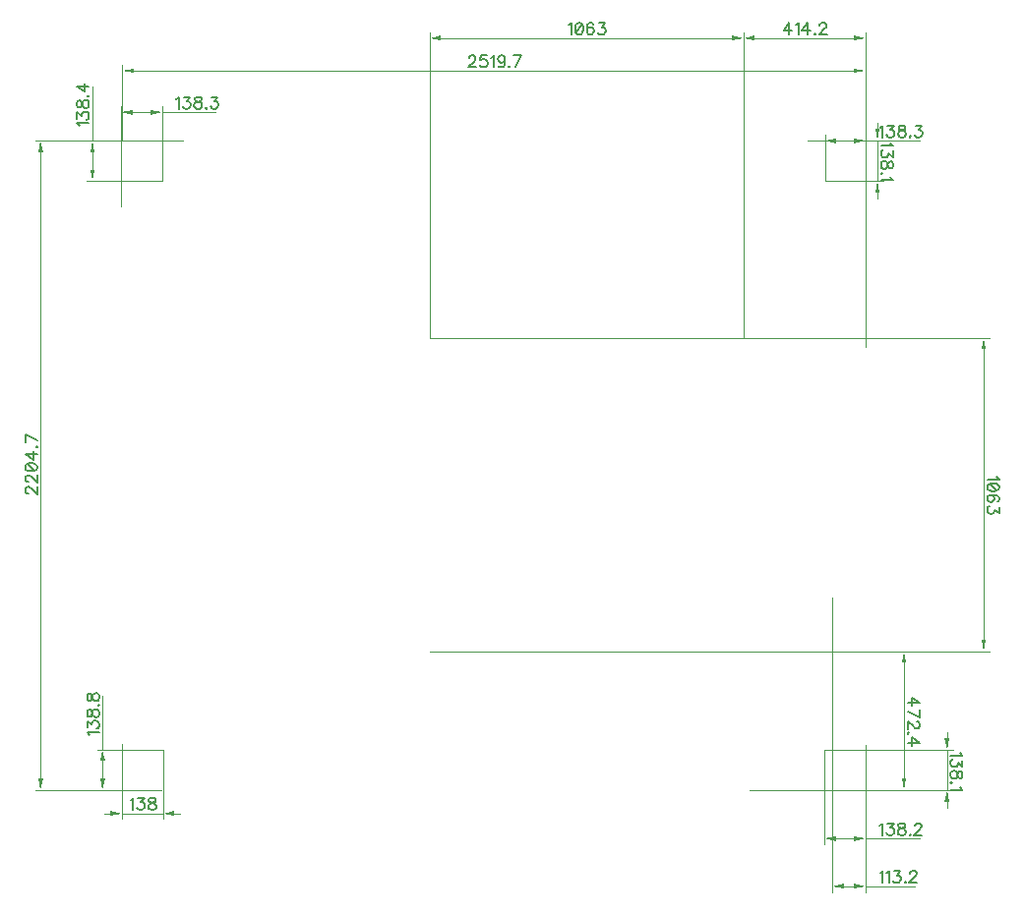
<source format=gbr>
G04 DipTrace 3.3.1.3*
G04 TopDimension.gbr*
%MOIN*%
G04 #@! TF.FileFunction,Drawing,Top*
G04 #@! TF.Part,Single*
%ADD13C,0.001378*%
%ADD59C,0.006176*%
%FSLAX26Y26*%
G04*
G70*
G90*
G75*
G01*
G04 TopDimension*
%LPD*%
X393700Y551180D2*
D13*
Y296405D1*
X531747Y532533D2*
Y296405D1*
X393700Y316090D2*
X531747D1*
X334645D2*
X354330D1*
G36*
X393700D2*
X354330Y308216D1*
Y323964D1*
X393700Y316090D1*
G37*
X590802D2*
D13*
X571117D1*
G36*
X531747D2*
X571117Y323964D1*
Y308216D1*
X531747Y316090D1*
G37*
Y532533D2*
D13*
X308377D1*
X527987Y393718D2*
X308377D1*
X328062Y463126D2*
Y493163D1*
G36*
Y532533D2*
X335936Y493163D1*
X320188D1*
X328062Y532533D1*
G37*
Y463126D2*
D13*
Y433088D1*
G36*
Y393718D2*
X320188Y433088D1*
X335936D1*
X328062Y393718D1*
G37*
Y715046D2*
D13*
Y532533D1*
X2774802Y531056D2*
Y210371D1*
X2912998Y546609D2*
Y210371D1*
X2843900Y230056D2*
X2814172D1*
G36*
X2774802D2*
X2814172Y237930D1*
Y222182D1*
X2774802Y230056D1*
G37*
X2843900D2*
D13*
X2873628D1*
G36*
X2912998D2*
X2873628Y222182D1*
Y237930D1*
X2912998Y230056D1*
G37*
X3095555D2*
D13*
X2912998D1*
X2794739Y392995D2*
X3208661D1*
X2774802Y531056D2*
X3208661D1*
X3188976D2*
Y392995D1*
Y590111D2*
Y570426D1*
G36*
Y531056D2*
X3181102Y570426D1*
X3196850D1*
X3188976Y531056D1*
G37*
Y333940D2*
D13*
Y353625D1*
G36*
Y392995D2*
X3196850Y353625D1*
X3181102D1*
X3188976Y392995D1*
G37*
X393700Y393700D2*
D13*
X98424D1*
X393700Y2598424D2*
X98424D1*
X118109Y1496062D2*
Y433070D1*
G36*
Y393700D2*
X110235Y433070D1*
X125983D1*
X118109Y393700D1*
G37*
Y1496062D2*
D13*
Y2559054D1*
G36*
Y2598424D2*
X125983Y2559054D1*
X110235D1*
X118109Y2598424D1*
G37*
X393700D2*
D13*
Y2854330D1*
X2913385Y2598424D2*
Y2854330D1*
X1653543Y2834645D2*
X433070D1*
G36*
X393700D2*
X433070Y2842519D1*
Y2826771D1*
X393700Y2834645D1*
G37*
X1653543D2*
D13*
X2874015D1*
G36*
X2913385D2*
X2874015Y2826771D1*
Y2842519D1*
X2913385Y2834645D1*
G37*
X1435565Y1929133D2*
D13*
Y2964878D1*
X2498557Y1929133D2*
Y2964878D1*
X1967061Y2945193D2*
X1474935D1*
G36*
X1435565D2*
X1474935Y2953067D1*
Y2937319D1*
X1435565Y2945193D1*
G37*
X1967061D2*
D13*
X2459187D1*
G36*
X2498557D2*
X2459187Y2937319D1*
Y2953067D1*
X2498557Y2945193D1*
G37*
X1435565Y1929133D2*
D13*
X3332760D1*
X1435565Y866141D2*
X3332760D1*
X3313075Y1397637D2*
Y1889763D1*
G36*
Y1929133D2*
X3320949Y1889763D1*
X3305201D1*
X3313075Y1929133D1*
G37*
Y1397637D2*
D13*
Y905511D1*
G36*
Y866141D2*
X3305201Y905511D1*
X3320949D1*
X3313075Y866141D1*
G37*
X2498557Y1929133D2*
D13*
Y2964878D1*
X2912725Y1896512D2*
Y2964878D1*
X2705641Y2945193D2*
X2537927D1*
G36*
X2498557D2*
X2537927Y2953067D1*
Y2937319D1*
X2498557Y2945193D1*
G37*
X2705641D2*
D13*
X2873355D1*
G36*
X2912725D2*
X2873355Y2937319D1*
Y2953067D1*
X2912725Y2945193D1*
G37*
X2519684Y393700D2*
D13*
X3063385D1*
X2498557Y866141D2*
X3063385D1*
X3043700Y629920D2*
Y433070D1*
G36*
Y393700D2*
X3035826Y433070D1*
X3051574D1*
X3043700Y393700D1*
G37*
Y629920D2*
D13*
Y826771D1*
G36*
Y866141D2*
X3051574Y826771D1*
X3035826D1*
X3043700Y866141D1*
G37*
X528407Y2459885D2*
D13*
Y2713385D1*
X390108Y2373045D2*
Y2713385D1*
X459258Y2693700D2*
X489037D1*
G36*
X528407D2*
X489037Y2685826D1*
Y2701574D1*
X528407Y2693700D1*
G37*
X459258D2*
D13*
X429478D1*
G36*
X390108D2*
X429478Y2701574D1*
Y2685826D1*
X390108Y2693700D1*
G37*
X710964D2*
D13*
X528407D1*
Y2459885D2*
X274015D1*
X600142Y2598300D2*
X274015D1*
X293700Y2529092D2*
Y2499255D1*
G36*
Y2459885D2*
X285826Y2499255D1*
X301574D1*
X293700Y2459885D1*
G37*
Y2529092D2*
D13*
Y2558930D1*
G36*
Y2598300D2*
X301574Y2558930D1*
X285826D1*
X293700Y2598300D1*
G37*
Y2782758D2*
D13*
Y2598300D1*
X2775124Y2460364D2*
Y2616763D1*
X2913385Y2401574D2*
Y2616763D1*
X2844254Y2597078D2*
X2814494D1*
G36*
X2775124D2*
X2814494Y2604952D1*
Y2589204D1*
X2775124Y2597078D1*
G37*
X2844254D2*
D13*
X2874015D1*
G36*
X2913385D2*
X2874015Y2589204D1*
Y2604952D1*
X2913385Y2597078D1*
G37*
X3095942D2*
D13*
X2913385D1*
X2775124Y2460364D2*
X2972582D1*
X2716535Y2598424D2*
X2972582D1*
X2952897D2*
Y2460364D1*
Y2657480D2*
Y2637794D1*
G36*
Y2598424D2*
X2945023Y2637794D1*
X2960771D1*
X2952897Y2598424D1*
G37*
Y2401309D2*
D13*
Y2420994D1*
G36*
Y2460364D2*
X2960771Y2420994D1*
X2945023D1*
X2952897Y2460364D1*
G37*
X2800165Y1048098D2*
D13*
Y49015D1*
X2913385Y393700D2*
Y49015D1*
X2856775Y68700D2*
X2839535D1*
G36*
X2800165D2*
X2839535Y76574D1*
Y60826D1*
X2800165Y68700D1*
G37*
X2856775D2*
D13*
X2874015D1*
G36*
X2913385D2*
X2874015Y60826D1*
Y76574D1*
X2913385Y68700D1*
G37*
X3078786D2*
D13*
X2913385D1*
X421890Y360799D2*
D59*
X425737Y362744D1*
X431485Y368448D1*
Y328301D1*
X447683Y368448D2*
X468685D1*
X457234Y353150D1*
X462982D1*
X466784Y351248D1*
X468685Y349347D1*
X470631Y343599D1*
Y339797D1*
X468685Y334049D1*
X464883Y330202D1*
X459135Y328301D1*
X453387D1*
X447683Y330202D1*
X445782Y332147D1*
X443836Y335950D1*
X492533Y368448D2*
X486829Y366547D1*
X484884Y362744D1*
Y358898D1*
X486829Y355095D1*
X490632Y353150D1*
X498281Y351248D1*
X504029Y349347D1*
X507832Y345500D1*
X509733Y341698D1*
Y335950D1*
X507832Y332147D1*
X505930Y330202D1*
X500182Y328301D1*
X492533D1*
X486829Y330202D1*
X484884Y332147D1*
X482982Y335950D1*
Y341698D1*
X484884Y345500D1*
X488730Y349347D1*
X494434Y351248D1*
X502084Y353150D1*
X505930Y355095D1*
X507832Y358898D1*
Y362744D1*
X505930Y366547D1*
X500182Y368448D1*
X492533D1*
X283353Y581167D2*
X281407Y585014D1*
X275704Y590762D1*
X315851D1*
X275704Y606960D2*
Y627962D1*
X291002Y616510D1*
Y622259D1*
X292904Y626061D1*
X294805Y627962D1*
X300553Y629908D1*
X304355D1*
X310103Y627962D1*
X313950Y624160D1*
X315851Y618412D1*
Y612664D1*
X313950Y606960D1*
X312005Y605059D1*
X308202Y603113D1*
X275704Y651810D2*
X277605Y646106D1*
X281407Y644160D1*
X285254D1*
X289057Y646106D1*
X291002Y649909D1*
X292904Y657558D1*
X294805Y663306D1*
X298652Y667108D1*
X302454Y669010D1*
X308202D1*
X312005Y667108D1*
X313950Y665207D1*
X315851Y659459D1*
Y651810D1*
X313950Y646106D1*
X312005Y644160D1*
X308202Y642259D1*
X302454D1*
X298652Y644160D1*
X294805Y648007D1*
X292904Y653711D1*
X291002Y661360D1*
X289057Y665207D1*
X285254Y667108D1*
X281407D1*
X277605Y665207D1*
X275704Y659459D1*
Y651810D1*
X312005Y683262D2*
X313950Y681361D1*
X315851Y683262D1*
X313950Y685208D1*
X312005Y683262D1*
X275704Y707110D2*
X277605Y701406D1*
X281407Y699460D1*
X285254D1*
X289057Y701406D1*
X291002Y705209D1*
X292904Y712858D1*
X294805Y718606D1*
X298652Y722408D1*
X302454Y724310D1*
X308202D1*
X312005Y722408D1*
X313950Y720507D1*
X315851Y714759D1*
Y707110D1*
X313950Y701406D1*
X312005Y699460D1*
X308202Y697559D1*
X302454D1*
X298652Y699460D1*
X294805Y703307D1*
X292904Y709011D1*
X291002Y716660D1*
X289057Y720507D1*
X285254Y722408D1*
X281407D1*
X277605Y720507D1*
X275704Y714759D1*
Y707110D1*
X2961632Y274765D2*
X2965478Y276710D1*
X2971226Y282414D1*
Y242266D1*
X2987424Y282414D2*
X3008427D1*
X2996975Y267116D1*
X3002723D1*
X3006526Y265214D1*
X3008427Y263313D1*
X3010372Y257565D1*
Y253762D1*
X3008427Y248014D1*
X3004624Y244168D1*
X2998876Y242266D1*
X2993128D1*
X2987424Y244168D1*
X2985523Y246113D1*
X2983578Y249916D1*
X3032274Y282414D2*
X3026571Y280513D1*
X3024625Y276710D1*
Y272864D1*
X3026571Y269061D1*
X3030373Y267116D1*
X3038022Y265214D1*
X3043770Y263313D1*
X3047573Y259466D1*
X3049474Y255664D1*
Y249916D1*
X3047573Y246113D1*
X3045672Y244168D1*
X3039924Y242266D1*
X3032274D1*
X3026571Y244168D1*
X3024625Y246113D1*
X3022724Y249916D1*
Y255664D1*
X3024625Y259466D1*
X3028472Y263313D1*
X3034176Y265214D1*
X3041825Y267116D1*
X3045672Y269061D1*
X3047573Y272864D1*
Y276710D1*
X3045672Y280513D1*
X3039924Y282414D1*
X3032274D1*
X3063727Y246113D2*
X3061826Y244168D1*
X3063727Y242266D1*
X3065672Y244168D1*
X3063727Y246113D1*
X3079969Y272864D2*
Y274765D1*
X3081871Y278612D1*
X3083772Y280513D1*
X3087619Y282414D1*
X3095268D1*
X3099070Y280513D1*
X3100972Y278612D1*
X3102917Y274765D1*
Y270962D1*
X3100972Y267116D1*
X3097169Y261412D1*
X3078024Y242266D1*
X3104818D1*
X3233685Y521931D2*
X3235630Y518084D1*
X3241334Y512336D1*
X3201186D1*
X3241334Y496138D2*
Y475136D1*
X3226036Y486588D1*
Y480840D1*
X3224134Y477037D1*
X3222233Y475136D1*
X3216485Y473190D1*
X3212682D1*
X3206934Y475136D1*
X3203088Y478938D1*
X3201186Y484686D1*
Y490434D1*
X3203088Y496138D1*
X3205033Y498039D1*
X3208836Y499985D1*
X3241334Y451288D2*
X3239433Y456992D1*
X3235630Y458938D1*
X3231784D1*
X3227981Y456992D1*
X3226036Y453190D1*
X3224134Y445540D1*
X3222233Y439792D1*
X3218386Y435990D1*
X3214584Y434088D1*
X3208836D1*
X3205033Y435990D1*
X3203088Y437891D1*
X3201186Y443639D1*
Y451288D1*
X3203088Y456992D1*
X3205033Y458938D1*
X3208836Y460839D1*
X3214584D1*
X3218386Y458938D1*
X3222233Y455091D1*
X3224134Y449387D1*
X3226036Y441738D1*
X3227981Y437891D1*
X3231784Y435990D1*
X3235630D1*
X3239433Y437891D1*
X3241334Y443639D1*
Y451288D1*
X3205033Y419836D2*
X3203088Y421737D1*
X3201186Y419836D1*
X3203088Y417890D1*
X3205033Y419836D1*
X3233685Y405539D2*
X3235630Y401692D1*
X3241334Y395944D1*
X3201186D1*
X75301Y1400356D2*
X73400D1*
X69553Y1402258D1*
X67652Y1404159D1*
X65751Y1408006D1*
Y1415655D1*
X67652Y1419458D1*
X69553Y1421359D1*
X73400Y1423304D1*
X77203D1*
X81050Y1421359D1*
X86753Y1417556D1*
X105899Y1398411D1*
Y1425206D1*
X75301Y1439502D2*
X73400D1*
X69553Y1441404D1*
X67652Y1443305D1*
X65751Y1447152D1*
Y1454801D1*
X67652Y1458604D1*
X69553Y1460505D1*
X73400Y1462450D1*
X77203D1*
X81050Y1460505D1*
X86753Y1456702D1*
X105899Y1437557D1*
Y1464352D1*
X65751Y1488199D2*
X67652Y1482451D1*
X73400Y1478604D1*
X82951Y1476703D1*
X88699D1*
X98249Y1478604D1*
X103997Y1482451D1*
X105899Y1488199D1*
Y1492002D1*
X103997Y1497750D1*
X98249Y1501552D1*
X88699Y1503498D1*
X82951D1*
X73400Y1501552D1*
X67652Y1497750D1*
X65751Y1492002D1*
Y1488199D1*
X73400Y1501552D2*
X98249Y1478604D1*
X105899Y1534994D2*
X65751D1*
X92501Y1515849D1*
Y1544545D1*
X102052Y1558798D2*
X103997Y1556896D1*
X105899Y1558798D1*
X103997Y1560743D1*
X102052Y1558798D1*
X105899Y1580744D2*
X65751Y1599889D1*
Y1573095D1*
X1568338Y2877453D2*
Y2879354D1*
X1570239Y2883201D1*
X1572140Y2885102D1*
X1575987Y2887003D1*
X1583636D1*
X1587439Y2885102D1*
X1589340Y2883201D1*
X1591286Y2879354D1*
Y2875552D1*
X1589340Y2871705D1*
X1585538Y2866001D1*
X1566392Y2846856D1*
X1593187D1*
X1628486Y2887003D2*
X1609385D1*
X1607484Y2869804D1*
X1609385Y2871705D1*
X1615133Y2873650D1*
X1620837D1*
X1626585Y2871705D1*
X1630432Y2867902D1*
X1632333Y2862154D1*
Y2858352D1*
X1630432Y2852604D1*
X1626585Y2848757D1*
X1620837Y2846856D1*
X1615133D1*
X1609385Y2848757D1*
X1607484Y2850702D1*
X1605538Y2854505D1*
X1644685Y2879354D2*
X1648531Y2881300D1*
X1654279Y2887003D1*
Y2846856D1*
X1691524Y2873650D2*
X1689579Y2867902D1*
X1685776Y2864056D1*
X1680028Y2862154D1*
X1678127D1*
X1672379Y2864056D1*
X1668576Y2867902D1*
X1666631Y2873650D1*
Y2875552D1*
X1668576Y2881300D1*
X1672379Y2885102D1*
X1678127Y2887003D1*
X1680028D1*
X1685776Y2885102D1*
X1689579Y2881300D1*
X1691524Y2873650D1*
Y2864056D1*
X1689579Y2854505D1*
X1685776Y2848757D1*
X1680028Y2846856D1*
X1676226D1*
X1670477Y2848757D1*
X1668576Y2852604D1*
X1705777Y2850702D2*
X1703876Y2848757D1*
X1705777Y2846856D1*
X1707722Y2848757D1*
X1705777Y2850702D1*
X1727723Y2846856D2*
X1746868Y2887003D1*
X1720074D1*
X1907605Y2989903D2*
X1911452Y2991848D1*
X1917200Y2997552D1*
Y2957404D1*
X1941047Y2997552D2*
X1935299Y2995651D1*
X1931452Y2989903D1*
X1929551Y2980352D1*
Y2974604D1*
X1931452Y2965053D1*
X1935299Y2959305D1*
X1941047Y2957404D1*
X1944850D1*
X1950598Y2959305D1*
X1954400Y2965053D1*
X1956346Y2974604D1*
Y2980352D1*
X1954400Y2989903D1*
X1950598Y2995651D1*
X1944850Y2997552D1*
X1941047D1*
X1954400Y2989903D2*
X1931452Y2965053D1*
X1991645Y2991848D2*
X1989744Y2995651D1*
X1983996Y2997552D1*
X1980193D1*
X1974445Y2995651D1*
X1970599Y2989903D1*
X1968697Y2980352D1*
Y2970802D1*
X1970599Y2963152D1*
X1974445Y2959305D1*
X1980193Y2957404D1*
X1982095D1*
X1987798Y2959305D1*
X1991645Y2963152D1*
X1993546Y2968900D1*
Y2970802D1*
X1991645Y2976550D1*
X1987798Y2980352D1*
X1982095Y2982253D1*
X1980193D1*
X1974445Y2980352D1*
X1970599Y2976550D1*
X1968697Y2970802D1*
X2009745Y2997552D2*
X2030747D1*
X2019295Y2982253D1*
X2025043D1*
X2028846Y2980352D1*
X2030747Y2978451D1*
X2032692Y2972703D1*
Y2968900D1*
X2030747Y2963152D1*
X2026944Y2959305D1*
X2021196Y2957404D1*
X2015448D1*
X2009745Y2959305D1*
X2007843Y2961251D1*
X2005898Y2965053D1*
X3357785Y1457093D2*
X3359730Y1453246D1*
X3365434Y1447498D1*
X3325286D1*
X3365434Y1423651D2*
X3363533Y1429399D1*
X3357785Y1433245D1*
X3348234Y1435147D1*
X3342486D1*
X3332935Y1433245D1*
X3327187Y1429399D1*
X3325286Y1423651D1*
Y1419848D1*
X3327187Y1414100D1*
X3332935Y1410298D1*
X3342486Y1408352D1*
X3348234D1*
X3357785Y1410298D1*
X3363533Y1414100D1*
X3365434Y1419848D1*
Y1423651D1*
X3357785Y1410298D2*
X3332935Y1433245D1*
X3359730Y1373053D2*
X3363533Y1374954D1*
X3365434Y1380702D1*
Y1384505D1*
X3363533Y1390253D1*
X3357785Y1394099D1*
X3348234Y1396001D1*
X3338683D1*
X3331034Y1394099D1*
X3327187Y1390253D1*
X3325286Y1384505D1*
Y1382603D1*
X3327187Y1376900D1*
X3331034Y1373053D1*
X3336782Y1371151D1*
X3338683D1*
X3344431Y1373053D1*
X3348234Y1376900D1*
X3350135Y1382603D1*
Y1384505D1*
X3348234Y1390253D1*
X3344431Y1394099D1*
X3338683Y1396001D1*
X3365434Y1354953D2*
Y1333951D1*
X3350135Y1345403D1*
Y1339655D1*
X3348234Y1335852D1*
X3346333Y1333951D1*
X3340585Y1332005D1*
X3336782D1*
X3331034Y1333951D1*
X3327187Y1337753D1*
X3325286Y1343501D1*
Y1349250D1*
X3327187Y1354953D1*
X3329133Y1356855D1*
X3332935Y1358800D1*
X2654357Y2957404D2*
Y2997552D1*
X2635212Y2970802D1*
X2663908D1*
X2676259Y2989903D2*
X2680106Y2991848D1*
X2685854Y2997552D1*
Y2957404D1*
X2717351D2*
Y2997552D1*
X2698205Y2970802D1*
X2726901D1*
X2741154Y2961251D2*
X2739253Y2959305D1*
X2741154Y2957404D1*
X2743100Y2959305D1*
X2741154Y2961251D1*
X2757396Y2988001D2*
Y2989903D1*
X2759298Y2993749D1*
X2761199Y2995651D1*
X2765046Y2997552D1*
X2772695D1*
X2776498Y2995651D1*
X2778399Y2993749D1*
X2780344Y2989903D1*
Y2986100D1*
X2778399Y2982253D1*
X2774596Y2976550D1*
X2755451Y2957404D1*
X2782246D1*
X3055911Y689804D2*
X3096059D1*
X3069308Y708949D1*
Y680253D1*
X3055911Y660253D2*
X3096059Y641107D1*
Y667902D1*
X3086508Y626811D2*
X3088409D1*
X3092256Y624909D1*
X3094157Y623008D1*
X3096059Y619161D1*
Y611512D1*
X3094157Y607709D1*
X3092256Y605808D1*
X3088409Y603863D1*
X3084607D1*
X3080760Y605808D1*
X3075056Y609611D1*
X3055911Y628756D1*
Y601961D1*
X3059758Y587709D2*
X3057812Y589610D1*
X3055911Y587709D1*
X3057812Y585763D1*
X3059758Y587709D1*
X3055911Y554266D2*
X3096059D1*
X3069308Y573412D1*
Y544716D1*
X577041Y2738409D2*
X580888Y2740355D1*
X586636Y2746059D1*
Y2705911D1*
X602834Y2746059D2*
X623836D1*
X612384Y2730760D1*
X618133D1*
X621935Y2728859D1*
X623836Y2726957D1*
X625782Y2721209D1*
Y2717407D1*
X623836Y2711659D1*
X620034Y2707812D1*
X614286Y2705911D1*
X608538D1*
X602834Y2707812D1*
X600933Y2709758D1*
X598987Y2713560D1*
X647684Y2746059D2*
X641980Y2744157D1*
X640035Y2740355D1*
Y2736508D1*
X641980Y2732705D1*
X645783Y2730760D1*
X653432Y2728859D1*
X659180Y2726957D1*
X662982Y2723111D1*
X664884Y2719308D1*
Y2713560D1*
X662982Y2709758D1*
X661081Y2707812D1*
X655333Y2705911D1*
X647684D1*
X641980Y2707812D1*
X640035Y2709758D1*
X638133Y2713560D1*
Y2719308D1*
X640035Y2723111D1*
X643881Y2726957D1*
X649585Y2728859D1*
X657234Y2730760D1*
X661081Y2732705D1*
X662982Y2736508D1*
Y2740355D1*
X661081Y2744157D1*
X655333Y2746059D1*
X647684D1*
X679136Y2709758D2*
X677235Y2707812D1*
X679136Y2705911D1*
X681082Y2707812D1*
X679136Y2709758D1*
X697280Y2746059D2*
X718282D1*
X706831Y2730760D1*
X712579D1*
X716381Y2728859D1*
X718282Y2726957D1*
X720228Y2721209D1*
Y2717407D1*
X718282Y2711659D1*
X714480Y2707812D1*
X708732Y2705911D1*
X702984D1*
X697280Y2707812D1*
X695379Y2709758D1*
X693433Y2713560D1*
X248991Y2646933D2*
X247045Y2650780D1*
X241341Y2656528D1*
X281489D1*
X241341Y2672726D2*
Y2693729D1*
X256640Y2682277D1*
Y2688025D1*
X258541Y2691827D1*
X260443Y2693729D1*
X266191Y2695674D1*
X269993D1*
X275741Y2693729D1*
X279588Y2689926D1*
X281489Y2684178D1*
Y2678430D1*
X279588Y2672726D1*
X277642Y2670825D1*
X273840Y2668880D1*
X241341Y2717576D2*
X243243Y2711872D1*
X247045Y2709927D1*
X250892D1*
X254695Y2711872D1*
X256640Y2715675D1*
X258541Y2723324D1*
X260443Y2729072D1*
X264289Y2732875D1*
X268092Y2734776D1*
X273840D1*
X277642Y2732875D1*
X279588Y2730974D1*
X281489Y2725225D1*
Y2717576D1*
X279588Y2711872D1*
X277642Y2709927D1*
X273840Y2708026D1*
X268092D1*
X264289Y2709927D1*
X260443Y2713774D1*
X258541Y2719477D1*
X256640Y2727127D1*
X254695Y2730974D1*
X250892Y2732875D1*
X247045D1*
X243243Y2730974D1*
X241341Y2725225D1*
Y2717576D1*
X277642Y2749029D2*
X279588Y2747127D1*
X281489Y2749029D1*
X279588Y2750974D1*
X277642Y2749029D1*
X281489Y2782471D2*
X241341D1*
X268092Y2763326D1*
Y2792022D1*
X2962019Y2641787D2*
X2965865Y2643733D1*
X2971613Y2649436D1*
Y2609289D1*
X2987812Y2649436D2*
X3008814D1*
X2997362Y2634138D1*
X3003110D1*
X3006913Y2632237D1*
X3008814Y2630335D1*
X3010760Y2624587D1*
Y2620785D1*
X3008814Y2615037D1*
X3005011Y2611190D1*
X2999263Y2609289D1*
X2993515D1*
X2987812Y2611190D1*
X2985910Y2613135D1*
X2983965Y2616938D1*
X3032661Y2649436D2*
X3026958Y2647535D1*
X3025012Y2643733D1*
Y2639886D1*
X3026958Y2636083D1*
X3030760Y2634138D1*
X3038410Y2632237D1*
X3044158Y2630335D1*
X3047960Y2626489D1*
X3049861Y2622686D1*
Y2616938D1*
X3047960Y2613135D1*
X3046059Y2611190D1*
X3040311Y2609289D1*
X3032661D1*
X3026958Y2611190D1*
X3025012Y2613135D1*
X3023111Y2616938D1*
Y2622686D1*
X3025012Y2626489D1*
X3028859Y2630335D1*
X3034563Y2632237D1*
X3042212Y2634138D1*
X3046059Y2636083D1*
X3047960Y2639886D1*
Y2643733D1*
X3046059Y2647535D1*
X3040311Y2649436D1*
X3032661D1*
X3064114Y2613135D2*
X3062213Y2611190D1*
X3064114Y2609289D1*
X3066060Y2611190D1*
X3064114Y2613135D1*
X3082258Y2649436D2*
X3103260D1*
X3091808Y2634138D1*
X3097556D1*
X3101359Y2632237D1*
X3103260Y2630335D1*
X3105206Y2624587D1*
Y2620785D1*
X3103260Y2615037D1*
X3099458Y2611190D1*
X3093710Y2609289D1*
X3087962D1*
X3082258Y2611190D1*
X3080356Y2613135D1*
X3078411Y2616938D1*
X2997606Y2589300D2*
X2999552Y2585453D1*
X3005255Y2579705D1*
X2965108D1*
X3005255Y2563507D2*
Y2542505D1*
X2989957Y2553956D1*
Y2548208D1*
X2988056Y2544406D1*
X2986154Y2542505D1*
X2980406Y2540559D1*
X2976604D1*
X2970856Y2542505D1*
X2967009Y2546307D1*
X2965108Y2552055D1*
Y2557803D1*
X2967009Y2563507D1*
X2968954Y2565408D1*
X2972757Y2567354D1*
X3005255Y2518657D2*
X3003354Y2524361D1*
X2999552Y2526306D1*
X2995705D1*
X2991902Y2524361D1*
X2989957Y2520558D1*
X2988056Y2512909D1*
X2986154Y2507161D1*
X2982307Y2503358D1*
X2978505Y2501457D1*
X2972757D1*
X2968954Y2503358D1*
X2967009Y2505260D1*
X2965108Y2511008D1*
Y2518657D1*
X2967009Y2524361D1*
X2968954Y2526306D1*
X2972757Y2528208D1*
X2978505D1*
X2982307Y2526306D1*
X2986154Y2522460D1*
X2988056Y2516756D1*
X2989957Y2509106D1*
X2991902Y2505260D1*
X2995705Y2503358D1*
X2999552D1*
X3003354Y2505260D1*
X3005255Y2511008D1*
Y2518657D1*
X2968954Y2487205D2*
X2967009Y2489106D1*
X2965108Y2487205D1*
X2967009Y2485259D1*
X2968954Y2487205D1*
X2997606Y2472908D2*
X2999552Y2469061D1*
X3005255Y2463313D1*
X2965108D1*
X2962019Y113409D2*
X2965865Y115355D1*
X2971613Y121059D1*
Y80911D1*
X2983965Y113409D2*
X2987812Y115355D1*
X2993560Y121059D1*
Y80911D1*
X3009758Y121059D2*
X3030760D1*
X3019308Y105760D1*
X3025056D1*
X3028859Y103859D1*
X3030760Y101957D1*
X3032706Y96209D1*
Y92407D1*
X3030760Y86659D1*
X3026958Y82812D1*
X3021210Y80911D1*
X3015462D1*
X3009758Y82812D1*
X3007857Y84758D1*
X3005911Y88560D1*
X3046958Y84758D2*
X3045057Y82812D1*
X3046958Y80911D1*
X3048904Y82812D1*
X3046958Y84758D1*
X3063201Y111508D2*
Y113409D1*
X3065102Y117256D1*
X3067003Y119157D1*
X3070850Y121059D1*
X3078499D1*
X3082302Y119157D1*
X3084203Y117256D1*
X3086149Y113409D1*
Y109607D1*
X3084203Y105760D1*
X3080401Y100056D1*
X3061255Y80911D1*
X3088050D1*
M02*

</source>
